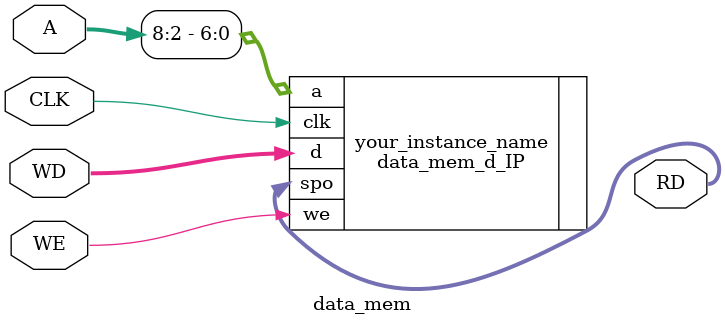
<source format=v>
`timescale 1ns / 1ps
/*±¾ÎÄ¼þÎªMCUµÄdata memoryÄ£¿éÉè¼ÆÎÄ¼þ
ÊäÈë£º
A£¨Í¼ÖÐµÄA£©£º¶ÁÊý¾Ý¶ÔÓ¦µÄaddress£¨32 bit£©£¬ ÊÇ MIPS ÒÔ4Îª±¶ÊýµÄ address
WD£¨Í¼ÖÐµÄWD£©£ºÒªÐ´ÈëµÄdata£¨32 bit£©
CLK£¨Í¼ÖÐµÄCLK£©£ºÊ±ÖÓÐÅºÅ
WE£¨Í¼ÖÐµÄWE£©£ºÐ´Ê¹ÄÜ
Êä³ö£º
RD£¨Í¼ÖÐµÄRD)£º¸ù¾ÝaddressÊä³öµÄ¶ÔÓ¦Êý¾Ý£¨32 bit£©

additional comments:
´ËÄ£¿éÒÑ¾­½« MIPS µÄ address ³ýÒÔ4×ªÎªIP coreµÄaddress
*/
//////////////////////////////////////////////////////////////////////////////////


module data_mem(
    input [31:0] A,
    input [31:0] WD,
    input CLK,
    input WE,
    
    output [31:0] RD
    );
    data_mem_d_IP your_instance_name (
  .a(A[8:2]),      // input wire [6 : 0] a
  .d(WD),      // input wire [31 : 0] d
  .clk(CLK),  // input wire clk
  .we(WE),    // input wire we
  .spo(RD)  // output wire [31 : 0] spo
);

endmodule

</source>
